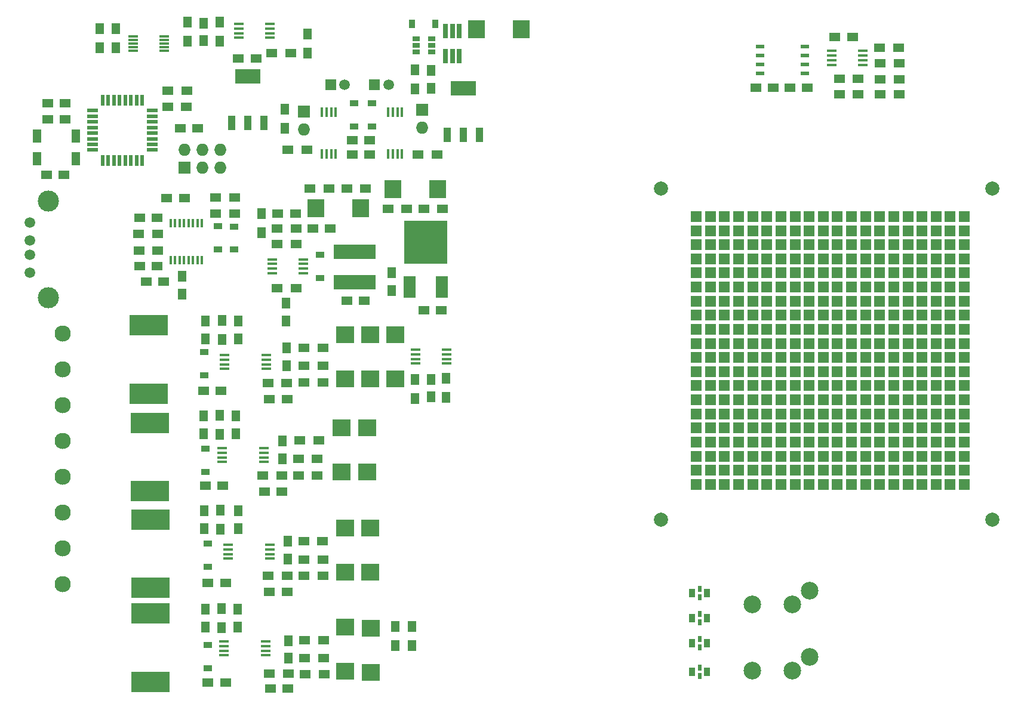
<source format=gts>
G04 #@! TF.FileFunction,Soldermask,Top*
%FSLAX46Y46*%
G04 Gerber Fmt 4.6, Leading zero omitted, Abs format (unit mm)*
G04 Created by KiCad (PCBNEW (after 2015-mar-04 BZR unknown)-product) date Wed 13 May 2015 01:15:45 AM EDT*
%MOMM*%
G01*
G04 APERTURE LIST*
%ADD10C,0.100000*%
%ADD11R,1.500000X1.500000*%
%ADD12C,1.500000*%
%ADD13R,1.600000X0.550000*%
%ADD14R,0.550000X1.600000*%
%ADD15R,1.500000X1.250000*%
%ADD16R,1.250000X1.500000*%
%ADD17R,0.910000X1.220000*%
%ADD18R,1.220000X0.910000*%
%ADD19C,1.501140*%
%ADD20C,2.999740*%
%ADD21R,5.400000X2.900000*%
%ADD22R,6.000000X2.000000*%
%ADD23C,2.300000*%
%ADD24R,3.657600X2.032000*%
%ADD25R,1.016000X2.032000*%
%ADD26R,2.500000X2.400000*%
%ADD27R,1.300000X1.500000*%
%ADD28R,1.500000X1.300000*%
%ADD29R,2.400000X2.500000*%
%ADD30R,1.727200X1.727200*%
%ADD31O,1.727200X1.727200*%
%ADD32R,0.690880X1.998980*%
%ADD33R,1.450000X0.450000*%
%ADD34R,1.400000X0.300000*%
%ADD35R,0.450000X1.450000*%
%ADD36R,1.651000X3.048000*%
%ADD37R,6.096000X6.096000*%
%ADD38R,0.400000X1.200000*%
%ADD39R,1.143000X0.508000*%
%ADD40R,1.300000X1.900000*%
%ADD41R,0.890000X1.270000*%
%ADD42R,0.560000X0.888000*%
%ADD43R,1.060000X0.650000*%
%ADD44R,1.524000X1.524000*%
%ADD45C,2.000000*%
%ADD46C,2.500000*%
G04 APERTURE END LIST*
D10*
D11*
X118770400Y-42697400D03*
D12*
X120770400Y-42697400D03*
D11*
X112522000Y-42672000D03*
D12*
X114522000Y-42672000D03*
D13*
X78743001Y-46359500D03*
X78743001Y-47159500D03*
X78743001Y-47959500D03*
X78743001Y-48759500D03*
X78743001Y-49559500D03*
X78743001Y-50359500D03*
X78743001Y-51159500D03*
X78743001Y-51959500D03*
D14*
X80193001Y-53409500D03*
X80993001Y-53409500D03*
X81793001Y-53409500D03*
X82593001Y-53409500D03*
X83393001Y-53409500D03*
X84193001Y-53409500D03*
X84993001Y-53409500D03*
X85793001Y-53409500D03*
D13*
X87243001Y-51959500D03*
X87243001Y-51159500D03*
X87243001Y-50359500D03*
X87243001Y-49559500D03*
X87243001Y-48759500D03*
X87243001Y-47959500D03*
X87243001Y-47159500D03*
X87243001Y-46359500D03*
D14*
X85793001Y-44909500D03*
X84993001Y-44909500D03*
X84193001Y-44909500D03*
X83393001Y-44909500D03*
X82593001Y-44909500D03*
X81793001Y-44909500D03*
X80993001Y-44909500D03*
X80193001Y-44909500D03*
D15*
X91206000Y-48831500D03*
X93706000Y-48831500D03*
X74910000Y-47625000D03*
X72410000Y-47625000D03*
X74910000Y-45339000D03*
X72410000Y-45339000D03*
X74719500Y-55499000D03*
X72219500Y-55499000D03*
D16*
X94742000Y-78720000D03*
X94742000Y-76220000D03*
X99441000Y-78720000D03*
X99441000Y-76220000D03*
X106299705Y-82529295D03*
X106299705Y-80029295D03*
D15*
X94508000Y-86106000D03*
X97008000Y-86106000D03*
X106343205Y-87311795D03*
X103843205Y-87311795D03*
D16*
X126746000Y-84475000D03*
X126746000Y-86975000D03*
X94488000Y-33929000D03*
X94488000Y-36429000D03*
D15*
X115590000Y-50546000D03*
X118090000Y-50546000D03*
X118090000Y-52578000D03*
X115590000Y-52578000D03*
D16*
X126746000Y-40660000D03*
X126746000Y-43160000D03*
D15*
X101961000Y-38925500D03*
X99461000Y-38925500D03*
X114828000Y-73342500D03*
X117328000Y-73342500D03*
D16*
X121158000Y-71862000D03*
X121158000Y-69362000D03*
D15*
X128250000Y-74676000D03*
X125750000Y-74676000D03*
D16*
X106172000Y-73680000D03*
X106172000Y-76180000D03*
D15*
X107549000Y-60960000D03*
X105049000Y-60960000D03*
X110002705Y-63118295D03*
X112502705Y-63118295D03*
X85427500Y-68453000D03*
X87927500Y-68453000D03*
X85427500Y-61595000D03*
X87927500Y-61595000D03*
D16*
X91440000Y-69870000D03*
X91440000Y-72370000D03*
D15*
X88880000Y-70612000D03*
X86380000Y-70612000D03*
X91801000Y-58801000D03*
X89301000Y-58801000D03*
D16*
X94488000Y-89682000D03*
X94488000Y-92182000D03*
X99060000Y-92182000D03*
X99060000Y-89682000D03*
X105664705Y-95737295D03*
X105664705Y-93237295D03*
D15*
X94762000Y-99568000D03*
X97262000Y-99568000D03*
X105644705Y-100392795D03*
X103144705Y-100392795D03*
D16*
X94615000Y-103144000D03*
X94615000Y-105644000D03*
X99441000Y-105644000D03*
X99441000Y-103144000D03*
X106426705Y-109961295D03*
X106426705Y-107461295D03*
D15*
X95143000Y-113411000D03*
X97643000Y-113411000D03*
X106343205Y-114616795D03*
X103843205Y-114616795D03*
D16*
X94742000Y-117114000D03*
X94742000Y-119614000D03*
X99314000Y-119614000D03*
X99314000Y-117114000D03*
X106553705Y-124058295D03*
X106553705Y-121558295D03*
D15*
X95143000Y-127508000D03*
X97643000Y-127508000D03*
X106470205Y-128396295D03*
X103970205Y-128396295D03*
X186543000Y-35941000D03*
X184043000Y-35941000D03*
X172803500Y-43116500D03*
X175303500Y-43116500D03*
X180129500Y-43116500D03*
X177629500Y-43116500D03*
D17*
X127365000Y-34036000D03*
X124095000Y-34036000D03*
D18*
X94615000Y-83931000D03*
X94615000Y-80661000D03*
X118364000Y-45355000D03*
X118364000Y-48625000D03*
X115824000Y-45355000D03*
X115824000Y-48625000D03*
X110998000Y-70088000D03*
X110998000Y-66818000D03*
X98806000Y-62817500D03*
X98806000Y-66087500D03*
X96520000Y-62754000D03*
X96520000Y-66024000D03*
X95123000Y-125460000D03*
X95123000Y-122190000D03*
D19*
X69850705Y-62229295D03*
X69850705Y-64769295D03*
X69850705Y-66801295D03*
X69850705Y-69341295D03*
D20*
X72517705Y-59181295D03*
X72517705Y-72897295D03*
D21*
X86741000Y-76811000D03*
X86741000Y-86511000D03*
D22*
X115951000Y-70730000D03*
X115951000Y-66430000D03*
D21*
X86868000Y-90654000D03*
X86868000Y-100354000D03*
X86995000Y-104370000D03*
X86995000Y-114070000D03*
X86995000Y-117705000D03*
X86995000Y-127405000D03*
D23*
X74549000Y-77978000D03*
X74549000Y-83058000D03*
X74549000Y-88138000D03*
X74549000Y-93218000D03*
X74549000Y-98298000D03*
X74549000Y-103378000D03*
X74549000Y-108458000D03*
X74549000Y-113538000D03*
D24*
X131318000Y-43180000D03*
D25*
X131318000Y-49784000D03*
X133604000Y-49784000D03*
X129032000Y-49784000D03*
D24*
X100774500Y-41529000D03*
D25*
X100774500Y-48133000D03*
X103060500Y-48133000D03*
X98488500Y-48133000D03*
D26*
X118110000Y-78130000D03*
X118110000Y-84430000D03*
X117729000Y-97638000D03*
X117729000Y-91338000D03*
D27*
X82042000Y-37418000D03*
X82042000Y-34718000D03*
X97155000Y-76120000D03*
X97155000Y-78820000D03*
D28*
X108759705Y-80009295D03*
X111459705Y-80009295D03*
X108759705Y-82549295D03*
X111459705Y-82549295D03*
X111459705Y-84962295D03*
X108759705Y-84962295D03*
X106316205Y-85025795D03*
X103616205Y-85025795D03*
D27*
X121666000Y-122254000D03*
X121666000Y-119554000D03*
X124079000Y-119554000D03*
X124079000Y-122254000D03*
X109220000Y-35480000D03*
X109220000Y-38180000D03*
D28*
X106887000Y-38227000D03*
X104187000Y-38227000D03*
D27*
X124460000Y-84502000D03*
X124460000Y-87202000D03*
X96774000Y-33829000D03*
X96774000Y-36529000D03*
D28*
X120633500Y-60261500D03*
X123333500Y-60261500D03*
D29*
X127673500Y-57467500D03*
X121373500Y-57467500D03*
D28*
X125713500Y-60261500D03*
X128413500Y-60261500D03*
X112285205Y-57403295D03*
X109585205Y-57403295D03*
D27*
X124460000Y-43260000D03*
X124460000Y-40560000D03*
X106045000Y-46148000D03*
X106045000Y-48848000D03*
D28*
X127588000Y-52578000D03*
X124888000Y-52578000D03*
X106473000Y-51943000D03*
X109173000Y-51943000D03*
X107649000Y-71564500D03*
X104949000Y-71564500D03*
X107649000Y-65278000D03*
X104949000Y-65278000D03*
X107649000Y-63119000D03*
X104949000Y-63119000D03*
D27*
X102743000Y-61007000D03*
X102743000Y-63707000D03*
D28*
X85264000Y-63817500D03*
X87964000Y-63817500D03*
X96186000Y-58674000D03*
X98886000Y-58674000D03*
X98886000Y-60960000D03*
X96186000Y-60960000D03*
D27*
X96774000Y-89582000D03*
X96774000Y-92282000D03*
D28*
X108124705Y-93153795D03*
X110824705Y-93153795D03*
X110634205Y-98170295D03*
X107934205Y-98170295D03*
X105617705Y-98170295D03*
X102917705Y-98170295D03*
D27*
X96901000Y-103044000D03*
X96901000Y-105744000D03*
D28*
X108759705Y-110044795D03*
X111459705Y-110044795D03*
X111459705Y-112394295D03*
X108759705Y-112394295D03*
X106379705Y-112394295D03*
X103679705Y-112394295D03*
D27*
X97028000Y-117014000D03*
X97028000Y-119714000D03*
D28*
X108823205Y-121474795D03*
X111523205Y-121474795D03*
X108823205Y-124078295D03*
X111523205Y-124078295D03*
X111586705Y-126300795D03*
X108886705Y-126300795D03*
X106506705Y-126237295D03*
X103806705Y-126237295D03*
X193120000Y-39624000D03*
X190420000Y-39624000D03*
X190384001Y-37424000D03*
X193084001Y-37424000D03*
X193120000Y-44069000D03*
X190420000Y-44069000D03*
X190420000Y-41910000D03*
X193120000Y-41910000D03*
X184641500Y-44005500D03*
X187341500Y-44005500D03*
X187341500Y-41846500D03*
X184641500Y-41846500D03*
D30*
X125476000Y-46228000D03*
D31*
X125476000Y-48768000D03*
D30*
X108712000Y-46482000D03*
D31*
X108712000Y-49022000D03*
D32*
X128844040Y-38630860D03*
X129794000Y-38630860D03*
X130743960Y-38630860D03*
X130743960Y-35029140D03*
X129794000Y-35029140D03*
X128844040Y-35029140D03*
D33*
X97507000Y-81067000D03*
X97507000Y-81717000D03*
X97507000Y-82367000D03*
X97507000Y-83017000D03*
X103407000Y-83017000D03*
X103407000Y-82367000D03*
X103407000Y-81717000D03*
X103407000Y-81067000D03*
X124546000Y-80305000D03*
X124546000Y-80955000D03*
X124546000Y-81605000D03*
X124546000Y-82255000D03*
X128946000Y-82255000D03*
X128946000Y-81605000D03*
X128946000Y-80955000D03*
X128946000Y-80305000D03*
X103927000Y-36027000D03*
X103927000Y-35377000D03*
X103927000Y-34727000D03*
X103927000Y-34077000D03*
X99527000Y-34077000D03*
X99527000Y-34727000D03*
X99527000Y-35377000D03*
X99527000Y-36027000D03*
D34*
X84541000Y-35830000D03*
X84541000Y-36330000D03*
X84541000Y-36830000D03*
X84541000Y-37330000D03*
X84541000Y-37830000D03*
X88941000Y-37830000D03*
X88941000Y-37330000D03*
X88941000Y-36830000D03*
X88941000Y-36330000D03*
X88941000Y-35830000D03*
D35*
X122641000Y-46580000D03*
X121991000Y-46580000D03*
X121341000Y-46580000D03*
X120691000Y-46580000D03*
X120691000Y-52480000D03*
X121341000Y-52480000D03*
X121991000Y-52480000D03*
X122641000Y-52480000D03*
X113243000Y-46580000D03*
X112593000Y-46580000D03*
X111943000Y-46580000D03*
X111293000Y-46580000D03*
X111293000Y-52480000D03*
X111943000Y-52480000D03*
X112593000Y-52480000D03*
X113243000Y-52480000D03*
D36*
X123698000Y-71374000D03*
D37*
X125984000Y-65024000D03*
D36*
X128270000Y-71374000D03*
D33*
X104226000Y-67478000D03*
X104226000Y-68128000D03*
X104226000Y-68778000D03*
X104226000Y-69428000D03*
X108626000Y-69428000D03*
X108626000Y-68778000D03*
X108626000Y-68128000D03*
X108626000Y-67478000D03*
D38*
X94297500Y-62360500D03*
X93662500Y-62360500D03*
X93027500Y-62360500D03*
X92392500Y-62360500D03*
X91757500Y-62360500D03*
X91122500Y-62360500D03*
X90487500Y-62360500D03*
X89852500Y-62360500D03*
X89852500Y-67560500D03*
X90487500Y-67560500D03*
X91122500Y-67560500D03*
X91757500Y-67560500D03*
X92392500Y-67560500D03*
X93027500Y-67560500D03*
X93662500Y-67560500D03*
X94297500Y-67560500D03*
D33*
X97126000Y-94275000D03*
X97126000Y-94925000D03*
X97126000Y-95575000D03*
X97126000Y-96225000D03*
X103026000Y-96225000D03*
X103026000Y-95575000D03*
X103026000Y-94925000D03*
X103026000Y-94275000D03*
X98015000Y-107991000D03*
X98015000Y-108641000D03*
X98015000Y-109291000D03*
X98015000Y-109941000D03*
X103915000Y-109941000D03*
X103915000Y-109291000D03*
X103915000Y-108641000D03*
X103915000Y-107991000D03*
X97380000Y-121707000D03*
X97380000Y-122357000D03*
X97380000Y-123007000D03*
X97380000Y-123657000D03*
X103280000Y-123657000D03*
X103280000Y-123007000D03*
X103280000Y-122357000D03*
X103280000Y-121707000D03*
X183580571Y-37904000D03*
X183580571Y-38554000D03*
X183580571Y-39204000D03*
X183580571Y-39854000D03*
X187980571Y-39854000D03*
X187980571Y-39204000D03*
X187980571Y-38554000D03*
X187980571Y-37904000D03*
D39*
X173418500Y-41084500D03*
X173418500Y-39814500D03*
X173418500Y-38544500D03*
X173418500Y-37274500D03*
X179768500Y-37274500D03*
X179768500Y-38544500D03*
X179768500Y-39814500D03*
X179768500Y-41084500D03*
D40*
X76410000Y-53162000D03*
X70910000Y-53162000D03*
X76410000Y-49962000D03*
X70910000Y-49962000D03*
D41*
X165926705Y-121919295D03*
D42*
X164846705Y-122490295D03*
D41*
X163766705Y-121919295D03*
D42*
X164846705Y-121348295D03*
D41*
X165926705Y-125983295D03*
D42*
X164846705Y-126554295D03*
D41*
X163766705Y-125983295D03*
D42*
X164846705Y-125412295D03*
D41*
X165926705Y-114807295D03*
D42*
X164846705Y-115378295D03*
D41*
X163766705Y-114807295D03*
D42*
X164846705Y-114236295D03*
D41*
X165926705Y-118363295D03*
D42*
X164846705Y-118934295D03*
D41*
X163766705Y-118363295D03*
D42*
X164846705Y-117792295D03*
D28*
X108696205Y-107441295D03*
X111396205Y-107441295D03*
D18*
X94742000Y-97647000D03*
X94742000Y-94377000D03*
X95123000Y-111109000D03*
X95123000Y-107839000D03*
D26*
X118110000Y-105562000D03*
X118110000Y-111862000D03*
X118237000Y-126086000D03*
X118237000Y-119786000D03*
X121666000Y-84430000D03*
X121666000Y-78130000D03*
D29*
X139548000Y-34798000D03*
X133248000Y-34798000D03*
D26*
X114618205Y-78129295D03*
X114618205Y-84429295D03*
D29*
X110452205Y-60197295D03*
X116752205Y-60197295D03*
D28*
X85327500Y-66230500D03*
X88027500Y-66230500D03*
X107934205Y-95757295D03*
X110634205Y-95757295D03*
D26*
X114046705Y-91337295D03*
X114046705Y-97637295D03*
X114554705Y-105561295D03*
X114554705Y-111861295D03*
X114554705Y-119658295D03*
X114554705Y-125958295D03*
D27*
X79756000Y-37418000D03*
X79756000Y-34718000D03*
X92202000Y-33829000D03*
X92202000Y-36529000D03*
X128905000Y-84375000D03*
X128905000Y-87075000D03*
D43*
X126830000Y-38034000D03*
X126830000Y-37084000D03*
X126830000Y-36134000D03*
X124630000Y-36134000D03*
X124630000Y-38034000D03*
X124630000Y-37084000D03*
D30*
X91821000Y-54483000D03*
D31*
X91821000Y-51943000D03*
X94361000Y-54483000D03*
X94361000Y-51943000D03*
X96901000Y-54483000D03*
X96901000Y-51943000D03*
D28*
X117492205Y-57403295D03*
X114792205Y-57403295D03*
X89392205Y-45846295D03*
X92092205Y-45846295D03*
X89408000Y-43561000D03*
X92108000Y-43561000D03*
D44*
X164380705Y-79398295D03*
X166380705Y-79398295D03*
X170380705Y-79398295D03*
X168380705Y-79398295D03*
X176380705Y-79398295D03*
X178380705Y-79398295D03*
X174380705Y-79398295D03*
X172380705Y-79398295D03*
X182380705Y-79398295D03*
X180380705Y-79398295D03*
X200380705Y-79398295D03*
X202380705Y-79398295D03*
X192380705Y-79398295D03*
X194380705Y-79398295D03*
X198380705Y-79398295D03*
X196380705Y-79398295D03*
X188380705Y-79398295D03*
X190380705Y-79398295D03*
X186380705Y-79398295D03*
X184380705Y-79398295D03*
X184380705Y-77398295D03*
X186380705Y-77398295D03*
X190380705Y-77398295D03*
X188380705Y-77398295D03*
X196380705Y-77398295D03*
X198380705Y-77398295D03*
X194380705Y-77398295D03*
X192380705Y-77398295D03*
X202380705Y-77398295D03*
X200380705Y-77398295D03*
X180380705Y-77398295D03*
X182380705Y-77398295D03*
X172380705Y-77398295D03*
X174380705Y-77398295D03*
X178380705Y-77398295D03*
X176380705Y-77398295D03*
X168380705Y-77398295D03*
X170380705Y-77398295D03*
X166380705Y-77398295D03*
X164380705Y-77398295D03*
X164380705Y-73398295D03*
X166380705Y-73398295D03*
X170380705Y-73398295D03*
X168380705Y-73398295D03*
X176380705Y-73398295D03*
X178380705Y-73398295D03*
X174380705Y-73398295D03*
X172380705Y-73398295D03*
X182380705Y-73398295D03*
X180380705Y-73398295D03*
X200380705Y-73398295D03*
X202380705Y-73398295D03*
X192380705Y-73398295D03*
X194380705Y-73398295D03*
X198380705Y-73398295D03*
X196380705Y-73398295D03*
X188380705Y-73398295D03*
X190380705Y-73398295D03*
X186380705Y-73398295D03*
X184380705Y-73398295D03*
X184380705Y-75398295D03*
X186380705Y-75398295D03*
X190380705Y-75398295D03*
X188380705Y-75398295D03*
X196380705Y-75398295D03*
X198380705Y-75398295D03*
X194380705Y-75398295D03*
X192380705Y-75398295D03*
X202380705Y-75398295D03*
X200380705Y-75398295D03*
X180380705Y-75398295D03*
X182380705Y-75398295D03*
X172380705Y-75398295D03*
X174380705Y-75398295D03*
X178380705Y-75398295D03*
X176380705Y-75398295D03*
X168380705Y-75398295D03*
X170380705Y-75398295D03*
X166380705Y-75398295D03*
X164380705Y-75398295D03*
X164380705Y-67398295D03*
X166380705Y-67398295D03*
X170380705Y-67398295D03*
X168380705Y-67398295D03*
X176380705Y-67398295D03*
X178380705Y-67398295D03*
X174380705Y-67398295D03*
X172380705Y-67398295D03*
X182380705Y-67398295D03*
X180380705Y-67398295D03*
X200380705Y-67398295D03*
X202380705Y-67398295D03*
X192380705Y-67398295D03*
X194380705Y-67398295D03*
X198380705Y-67398295D03*
X196380705Y-67398295D03*
X188380705Y-67398295D03*
X190380705Y-67398295D03*
X186380705Y-67398295D03*
X184380705Y-67398295D03*
X184380705Y-65398295D03*
X186380705Y-65398295D03*
X190380705Y-65398295D03*
X188380705Y-65398295D03*
X196380705Y-65398295D03*
X198380705Y-65398295D03*
X194380705Y-65398295D03*
X192380705Y-65398295D03*
X202380705Y-65398295D03*
X200380705Y-65398295D03*
X180380705Y-65398295D03*
X182380705Y-65398295D03*
X172380705Y-65398295D03*
X174380705Y-65398295D03*
X178380705Y-65398295D03*
X176380705Y-65398295D03*
X168380705Y-65398295D03*
X170380705Y-65398295D03*
X166380705Y-65398295D03*
X164380705Y-65398295D03*
X164380705Y-69398295D03*
X166380705Y-69398295D03*
X170380705Y-69398295D03*
X168380705Y-69398295D03*
X176380705Y-69398295D03*
X178380705Y-69398295D03*
X174380705Y-69398295D03*
X172380705Y-69398295D03*
X182380705Y-69398295D03*
X180380705Y-69398295D03*
X200380705Y-69398295D03*
X202380705Y-69398295D03*
X192380705Y-69398295D03*
X194380705Y-69398295D03*
X198380705Y-69398295D03*
X196380705Y-69398295D03*
X188380705Y-69398295D03*
X190380705Y-69398295D03*
X186380705Y-69398295D03*
X184380705Y-69398295D03*
X184380705Y-71398295D03*
X186380705Y-71398295D03*
X190380705Y-71398295D03*
X188380705Y-71398295D03*
X196380705Y-71398295D03*
X198380705Y-71398295D03*
X194380705Y-71398295D03*
X192380705Y-71398295D03*
X202380705Y-71398295D03*
X200380705Y-71398295D03*
X180380705Y-71398295D03*
X182380705Y-71398295D03*
X172380705Y-71398295D03*
X174380705Y-71398295D03*
X178380705Y-71398295D03*
X176380705Y-71398295D03*
X168380705Y-71398295D03*
X170380705Y-71398295D03*
X166380705Y-71398295D03*
X164380705Y-71398295D03*
X164380705Y-61398295D03*
X166380705Y-61398295D03*
X170380705Y-61398295D03*
X168380705Y-61398295D03*
X176380705Y-61398295D03*
X178380705Y-61398295D03*
X174380705Y-61398295D03*
X172380705Y-61398295D03*
X182380705Y-61398295D03*
X180380705Y-61398295D03*
X200380705Y-61398295D03*
X202380705Y-61398295D03*
X192380705Y-61398295D03*
X194380705Y-61398295D03*
X198380705Y-61398295D03*
X196380705Y-61398295D03*
X188380705Y-61398295D03*
X190380705Y-61398295D03*
X186380705Y-61398295D03*
X184380705Y-61398295D03*
X184380705Y-63398295D03*
X186380705Y-63398295D03*
X190380705Y-63398295D03*
X188380705Y-63398295D03*
X196380705Y-63398295D03*
X198380705Y-63398295D03*
X194380705Y-63398295D03*
X192380705Y-63398295D03*
X202380705Y-63398295D03*
X200380705Y-63398295D03*
X180380705Y-63398295D03*
X182380705Y-63398295D03*
X172380705Y-63398295D03*
X174380705Y-63398295D03*
X178380705Y-63398295D03*
X176380705Y-63398295D03*
X168380705Y-63398295D03*
X170380705Y-63398295D03*
X166380705Y-63398295D03*
X164380705Y-63398295D03*
X164380705Y-83398295D03*
X166380705Y-83398295D03*
X170380705Y-83398295D03*
X168380705Y-83398295D03*
X176380705Y-83398295D03*
X178380705Y-83398295D03*
X174380705Y-83398295D03*
X172380705Y-83398295D03*
X182380705Y-83398295D03*
X180380705Y-83398295D03*
X200380705Y-83398295D03*
X202380705Y-83398295D03*
X192380705Y-83398295D03*
X194380705Y-83398295D03*
X198380705Y-83398295D03*
X196380705Y-83398295D03*
X188380705Y-83398295D03*
X190380705Y-83398295D03*
X186380705Y-83398295D03*
X184380705Y-83398295D03*
X184380705Y-81398295D03*
X186380705Y-81398295D03*
X190380705Y-81398295D03*
X188380705Y-81398295D03*
X196380705Y-81398295D03*
X198380705Y-81398295D03*
X194380705Y-81398295D03*
X192380705Y-81398295D03*
X202380705Y-81398295D03*
X200380705Y-81398295D03*
X180380705Y-81398295D03*
X182380705Y-81398295D03*
X172380705Y-81398295D03*
X174380705Y-81398295D03*
X178380705Y-81398295D03*
X176380705Y-81398295D03*
X168380705Y-81398295D03*
X170380705Y-81398295D03*
X166380705Y-81398295D03*
X164380705Y-81398295D03*
X164380705Y-91398295D03*
X166380705Y-91398295D03*
X170380705Y-91398295D03*
X168380705Y-91398295D03*
X176380705Y-91398295D03*
X178380705Y-91398295D03*
X174380705Y-91398295D03*
X172380705Y-91398295D03*
X182380705Y-91398295D03*
X180380705Y-91398295D03*
X200380705Y-91398295D03*
X202380705Y-91398295D03*
X192380705Y-91398295D03*
X194380705Y-91398295D03*
X198380705Y-91398295D03*
X196380705Y-91398295D03*
X188380705Y-91398295D03*
X190380705Y-91398295D03*
X186380705Y-91398295D03*
X184380705Y-91398295D03*
X184380705Y-89398295D03*
X186380705Y-89398295D03*
X190380705Y-89398295D03*
X188380705Y-89398295D03*
X196380705Y-89398295D03*
X198380705Y-89398295D03*
X194380705Y-89398295D03*
X192380705Y-89398295D03*
X202380705Y-89398295D03*
X200380705Y-89398295D03*
X180380705Y-89398295D03*
X182380705Y-89398295D03*
X172380705Y-89398295D03*
X174380705Y-89398295D03*
X178380705Y-89398295D03*
X176380705Y-89398295D03*
X168380705Y-89398295D03*
X170380705Y-89398295D03*
X166380705Y-89398295D03*
X164380705Y-89398295D03*
X164380705Y-85398295D03*
X166380705Y-85398295D03*
X170380705Y-85398295D03*
X168380705Y-85398295D03*
X176380705Y-85398295D03*
X178380705Y-85398295D03*
X174380705Y-85398295D03*
X172380705Y-85398295D03*
X182380705Y-85398295D03*
X180380705Y-85398295D03*
X200380705Y-85398295D03*
X202380705Y-85398295D03*
X192380705Y-85398295D03*
X194380705Y-85398295D03*
X198380705Y-85398295D03*
X196380705Y-85398295D03*
X188380705Y-85398295D03*
X190380705Y-85398295D03*
X186380705Y-85398295D03*
X184380705Y-85398295D03*
X184380705Y-87398295D03*
X186380705Y-87398295D03*
X190380705Y-87398295D03*
X188380705Y-87398295D03*
X196380705Y-87398295D03*
X198380705Y-87398295D03*
X194380705Y-87398295D03*
X192380705Y-87398295D03*
X202380705Y-87398295D03*
X200380705Y-87398295D03*
X180380705Y-87398295D03*
X182380705Y-87398295D03*
X172380705Y-87398295D03*
X174380705Y-87398295D03*
X178380705Y-87398295D03*
X176380705Y-87398295D03*
X168380705Y-87398295D03*
X170380705Y-87398295D03*
X166380705Y-87398295D03*
X164380705Y-87398295D03*
X164380705Y-95398295D03*
X166380705Y-95398295D03*
X170380705Y-95398295D03*
X168380705Y-95398295D03*
X176380705Y-95398295D03*
X178380705Y-95398295D03*
X174380705Y-95398295D03*
X172380705Y-95398295D03*
X182380705Y-95398295D03*
X180380705Y-95398295D03*
X200380705Y-95398295D03*
X202380705Y-95398295D03*
X192380705Y-95398295D03*
X194380705Y-95398295D03*
X198380705Y-95398295D03*
X196380705Y-95398295D03*
X188380705Y-95398295D03*
X190380705Y-95398295D03*
X186380705Y-95398295D03*
X184380705Y-95398295D03*
X184380705Y-93398295D03*
X186380705Y-93398295D03*
X190380705Y-93398295D03*
X188380705Y-93398295D03*
X196380705Y-93398295D03*
X198380705Y-93398295D03*
X194380705Y-93398295D03*
X192380705Y-93398295D03*
X202380705Y-93398295D03*
X200380705Y-93398295D03*
X180380705Y-93398295D03*
X182380705Y-93398295D03*
X172380705Y-93398295D03*
X174380705Y-93398295D03*
X178380705Y-93398295D03*
X176380705Y-93398295D03*
X168380705Y-93398295D03*
X170380705Y-93398295D03*
X166380705Y-93398295D03*
X164380705Y-93398295D03*
X164380705Y-97398295D03*
X166380705Y-97398295D03*
X170380705Y-97398295D03*
X168380705Y-97398295D03*
X176380705Y-97398295D03*
X178380705Y-97398295D03*
X174380705Y-97398295D03*
X172380705Y-97398295D03*
X182380705Y-97398295D03*
X180380705Y-97398295D03*
X200380705Y-97398295D03*
X202380705Y-97398295D03*
X192380705Y-97398295D03*
X194380705Y-97398295D03*
X198380705Y-97398295D03*
X196380705Y-97398295D03*
X188380705Y-97398295D03*
X190380705Y-97398295D03*
X186380705Y-97398295D03*
X184380705Y-97398295D03*
X184380705Y-99398295D03*
X186380705Y-99398295D03*
X190380705Y-99398295D03*
X188380705Y-99398295D03*
X196380705Y-99398295D03*
X198380705Y-99398295D03*
X194380705Y-99398295D03*
X192380705Y-99398295D03*
X202380705Y-99398295D03*
X200380705Y-99398295D03*
X180380705Y-99398295D03*
X182380705Y-99398295D03*
X172380705Y-99398295D03*
X174380705Y-99398295D03*
X178380705Y-99398295D03*
X176380705Y-99398295D03*
X168380705Y-99398295D03*
X170380705Y-99398295D03*
X166380705Y-99398295D03*
D45*
X159380705Y-104398295D03*
X206380705Y-104398295D03*
X159380705Y-57398295D03*
X206380705Y-57398295D03*
D44*
X164380705Y-99398295D03*
D46*
X180410705Y-123863295D03*
X177960705Y-125863295D03*
X172360705Y-125863295D03*
X180410705Y-114465295D03*
X177960705Y-116465295D03*
X172360705Y-116465295D03*
M02*

</source>
